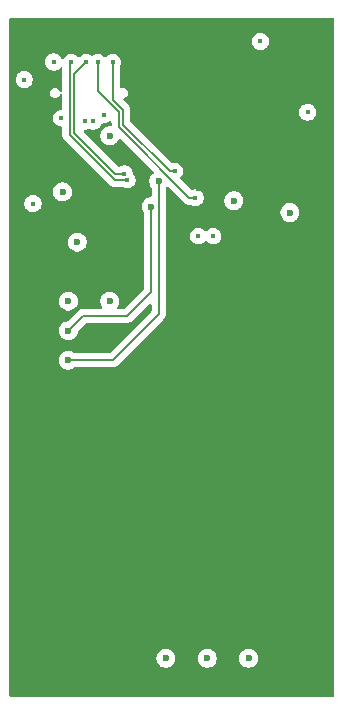
<source format=gbr>
%TF.GenerationSoftware,KiCad,Pcbnew,9.0.2*%
%TF.CreationDate,2025-06-18T22:14:32+09:00*%
%TF.ProjectId,LoRa_TM,4c6f5261-5f54-44d2-9e6b-696361645f70,rev?*%
%TF.SameCoordinates,Original*%
%TF.FileFunction,Copper,L2,Inr*%
%TF.FilePolarity,Positive*%
%FSLAX46Y46*%
G04 Gerber Fmt 4.6, Leading zero omitted, Abs format (unit mm)*
G04 Created by KiCad (PCBNEW 9.0.2) date 2025-06-18 22:14:32*
%MOMM*%
%LPD*%
G01*
G04 APERTURE LIST*
%TA.AperFunction,ViaPad*%
%ADD10C,0.600000*%
%TD*%
%TA.AperFunction,ViaPad*%
%ADD11C,0.400000*%
%TD*%
%TA.AperFunction,ViaPad*%
%ADD12C,0.450000*%
%TD*%
%TA.AperFunction,Conductor*%
%ADD13C,0.200000*%
%TD*%
G04 APERTURE END LIST*
D10*
%TO.N,/LoRa_RX*%
X91308000Y-94226000D03*
D11*
X103558000Y-88726000D03*
%TO.N,/LoRa_TX*%
X102308000Y-88726000D03*
D12*
%TO.N,+3.3V*%
X111558000Y-78226000D03*
D10*
%TO.N,GND*%
X89308000Y-78976000D03*
X108058000Y-124476000D03*
X104558000Y-124476000D03*
X101058000Y-124476000D03*
%TO.N,/LED_TX*%
X106558000Y-124476000D03*
%TO.N,/LED_RX*%
X103058000Y-124476000D03*
%TO.N,/LED_ON*%
X99558000Y-124476000D03*
%TO.N,/LoRa_M1*%
X98308000Y-86226000D03*
%TO.N,/LoRa_M0*%
X98958000Y-84076000D03*
D12*
%TO.N,/USB_CONN_D-*%
X92708000Y-78989590D03*
%TO.N,/USB_CONN_D+*%
X93408000Y-78989590D03*
%TO.N,GND*%
X102308000Y-84726000D03*
X102558000Y-87226000D03*
%TO.N,+5V*%
X107558000Y-72226000D03*
D11*
%TO.N,GND*%
X96908000Y-78576000D03*
%TO.N,/BOOT0*%
X100308000Y-83226000D03*
X95058000Y-73976000D03*
%TO.N,/NRST*%
X93808000Y-73976000D03*
X102058000Y-85476000D03*
%TO.N,/SWCLK*%
X92808000Y-73976000D03*
%TO.N,/SWDIO*%
X91558000Y-73976000D03*
%TO.N,/SWCLK*%
X96039671Y-83439341D03*
%TO.N,/SWDIO*%
X96308000Y-83976000D03*
D12*
%TO.N,GND*%
X105808000Y-77576000D03*
X105808000Y-76576000D03*
X105808000Y-77076000D03*
X109808000Y-76476000D03*
X109808000Y-76976000D03*
X109808000Y-77476000D03*
D10*
%TO.N,Net-(R14-Pad2)*%
X110058000Y-86726000D03*
%TO.N,GND*%
X94808000Y-96726000D03*
%TO.N,+3.3V*%
X94808000Y-94226000D03*
%TO.N,/LoRa_AUX*%
X92058000Y-89226000D03*
%TO.N,/LoRa_M1*%
X91308000Y-96726000D03*
%TO.N,/LoRa_M0*%
X91308000Y-99226000D03*
D12*
%TO.N,+5V*%
X88308000Y-85976000D03*
%TO.N,VBUS*%
X87558000Y-75476000D03*
D11*
%TO.N,Net-(J2-CC1)*%
X94308000Y-78476000D03*
%TO.N,Net-(J2-CC2)*%
X90716428Y-78731000D03*
D10*
%TO.N,VBUS*%
X94808000Y-80226000D03*
D12*
%TO.N,+3.3V*%
X90058000Y-73976000D03*
D10*
%TO.N,GND*%
X105308000Y-87226000D03*
%TO.N,+3.3V*%
X105308000Y-85726000D03*
%TO.N,GND*%
X90808000Y-87976000D03*
%TO.N,+3.3V*%
X90808000Y-84976000D03*
%TD*%
D13*
%TO.N,/LoRa_M0*%
X98958000Y-95326000D02*
X95058000Y-99226000D01*
X95058000Y-99226000D02*
X91308000Y-99226000D01*
X98958000Y-84076000D02*
X98958000Y-95326000D01*
%TO.N,/LoRa_M1*%
X92558000Y-95476000D02*
X91308000Y-96726000D01*
X98308000Y-93476000D02*
X96308000Y-95476000D01*
X96308000Y-95476000D02*
X92558000Y-95476000D01*
X98308000Y-86226000D02*
X98308000Y-93476000D01*
%TO.N,/BOOT0*%
X99875100Y-83226000D02*
X100308000Y-83226000D01*
X95959000Y-79309900D02*
X99875100Y-83226000D01*
X95959000Y-78059900D02*
X95959000Y-79309900D01*
X95058000Y-77158900D02*
X95959000Y-78059900D01*
X95058000Y-73976000D02*
X95058000Y-77158900D01*
%TO.N,/NRST*%
X101558000Y-85476000D02*
X102058000Y-85476000D01*
X95558000Y-79476000D02*
X101558000Y-85476000D01*
X95558000Y-78226000D02*
X95558000Y-79476000D01*
X93808000Y-76476000D02*
X95558000Y-78226000D01*
X93808000Y-73976000D02*
X93808000Y-76476000D01*
%TO.N,/SWCLK*%
X91808000Y-74976000D02*
X91808000Y-79963993D01*
X95283348Y-83439341D02*
X96039671Y-83439341D01*
X92808000Y-73976000D02*
X91808000Y-74976000D01*
X91808000Y-79963993D02*
X95283348Y-83439341D01*
%TO.N,/SWDIO*%
X91407000Y-74127000D02*
X91558000Y-73976000D01*
X91407000Y-80130093D02*
X91407000Y-74127000D01*
X95252907Y-83976000D02*
X91407000Y-80130093D01*
X96308000Y-83976000D02*
X95252907Y-83976000D01*
%TD*%
%TA.AperFunction,Conductor*%
%TO.N,GND*%
G36*
X113751039Y-70245685D02*
G01*
X113796794Y-70298489D01*
X113808000Y-70350000D01*
X113808000Y-127602000D01*
X113788315Y-127669039D01*
X113735511Y-127714794D01*
X113684000Y-127726000D01*
X86432000Y-127726000D01*
X86364961Y-127706315D01*
X86319206Y-127653511D01*
X86308000Y-127602000D01*
X86308000Y-124397153D01*
X98757500Y-124397153D01*
X98757500Y-124554846D01*
X98788261Y-124709489D01*
X98788264Y-124709501D01*
X98848602Y-124855172D01*
X98848609Y-124855185D01*
X98936210Y-124986288D01*
X98936213Y-124986292D01*
X99047707Y-125097786D01*
X99047711Y-125097789D01*
X99178814Y-125185390D01*
X99178827Y-125185397D01*
X99324498Y-125245735D01*
X99324503Y-125245737D01*
X99479153Y-125276499D01*
X99479156Y-125276500D01*
X99479158Y-125276500D01*
X99636844Y-125276500D01*
X99636845Y-125276499D01*
X99791497Y-125245737D01*
X99937179Y-125185394D01*
X100068289Y-125097789D01*
X100179789Y-124986289D01*
X100267394Y-124855179D01*
X100327737Y-124709497D01*
X100358500Y-124554842D01*
X100358500Y-124397158D01*
X100358500Y-124397155D01*
X100358499Y-124397153D01*
X102257500Y-124397153D01*
X102257500Y-124554846D01*
X102288261Y-124709489D01*
X102288264Y-124709501D01*
X102348602Y-124855172D01*
X102348609Y-124855185D01*
X102436210Y-124986288D01*
X102436213Y-124986292D01*
X102547707Y-125097786D01*
X102547711Y-125097789D01*
X102678814Y-125185390D01*
X102678827Y-125185397D01*
X102824498Y-125245735D01*
X102824503Y-125245737D01*
X102979153Y-125276499D01*
X102979156Y-125276500D01*
X102979158Y-125276500D01*
X103136844Y-125276500D01*
X103136845Y-125276499D01*
X103291497Y-125245737D01*
X103437179Y-125185394D01*
X103568289Y-125097789D01*
X103679789Y-124986289D01*
X103767394Y-124855179D01*
X103827737Y-124709497D01*
X103858500Y-124554842D01*
X103858500Y-124397158D01*
X103858500Y-124397155D01*
X103858499Y-124397153D01*
X105757500Y-124397153D01*
X105757500Y-124554846D01*
X105788261Y-124709489D01*
X105788264Y-124709501D01*
X105848602Y-124855172D01*
X105848609Y-124855185D01*
X105936210Y-124986288D01*
X105936213Y-124986292D01*
X106047707Y-125097786D01*
X106047711Y-125097789D01*
X106178814Y-125185390D01*
X106178827Y-125185397D01*
X106324498Y-125245735D01*
X106324503Y-125245737D01*
X106479153Y-125276499D01*
X106479156Y-125276500D01*
X106479158Y-125276500D01*
X106636844Y-125276500D01*
X106636845Y-125276499D01*
X106791497Y-125245737D01*
X106937179Y-125185394D01*
X107068289Y-125097789D01*
X107179789Y-124986289D01*
X107267394Y-124855179D01*
X107327737Y-124709497D01*
X107358500Y-124554842D01*
X107358500Y-124397158D01*
X107358500Y-124397155D01*
X107358499Y-124397153D01*
X107327738Y-124242510D01*
X107327737Y-124242503D01*
X107327735Y-124242498D01*
X107267397Y-124096827D01*
X107267390Y-124096814D01*
X107179789Y-123965711D01*
X107179786Y-123965707D01*
X107068292Y-123854213D01*
X107068288Y-123854210D01*
X106937185Y-123766609D01*
X106937172Y-123766602D01*
X106791501Y-123706264D01*
X106791489Y-123706261D01*
X106636845Y-123675500D01*
X106636842Y-123675500D01*
X106479158Y-123675500D01*
X106479155Y-123675500D01*
X106324510Y-123706261D01*
X106324498Y-123706264D01*
X106178827Y-123766602D01*
X106178814Y-123766609D01*
X106047711Y-123854210D01*
X106047707Y-123854213D01*
X105936213Y-123965707D01*
X105936210Y-123965711D01*
X105848609Y-124096814D01*
X105848602Y-124096827D01*
X105788264Y-124242498D01*
X105788261Y-124242510D01*
X105757500Y-124397153D01*
X103858499Y-124397153D01*
X103827738Y-124242510D01*
X103827737Y-124242503D01*
X103827735Y-124242498D01*
X103767397Y-124096827D01*
X103767390Y-124096814D01*
X103679789Y-123965711D01*
X103679786Y-123965707D01*
X103568292Y-123854213D01*
X103568288Y-123854210D01*
X103437185Y-123766609D01*
X103437172Y-123766602D01*
X103291501Y-123706264D01*
X103291489Y-123706261D01*
X103136845Y-123675500D01*
X103136842Y-123675500D01*
X102979158Y-123675500D01*
X102979155Y-123675500D01*
X102824510Y-123706261D01*
X102824498Y-123706264D01*
X102678827Y-123766602D01*
X102678814Y-123766609D01*
X102547711Y-123854210D01*
X102547707Y-123854213D01*
X102436213Y-123965707D01*
X102436210Y-123965711D01*
X102348609Y-124096814D01*
X102348602Y-124096827D01*
X102288264Y-124242498D01*
X102288261Y-124242510D01*
X102257500Y-124397153D01*
X100358499Y-124397153D01*
X100327738Y-124242510D01*
X100327737Y-124242503D01*
X100327735Y-124242498D01*
X100267397Y-124096827D01*
X100267390Y-124096814D01*
X100179789Y-123965711D01*
X100179786Y-123965707D01*
X100068292Y-123854213D01*
X100068288Y-123854210D01*
X99937185Y-123766609D01*
X99937172Y-123766602D01*
X99791501Y-123706264D01*
X99791489Y-123706261D01*
X99636845Y-123675500D01*
X99636842Y-123675500D01*
X99479158Y-123675500D01*
X99479155Y-123675500D01*
X99324510Y-123706261D01*
X99324498Y-123706264D01*
X99178827Y-123766602D01*
X99178814Y-123766609D01*
X99047711Y-123854210D01*
X99047707Y-123854213D01*
X98936213Y-123965707D01*
X98936210Y-123965711D01*
X98848609Y-124096814D01*
X98848602Y-124096827D01*
X98788264Y-124242498D01*
X98788261Y-124242510D01*
X98757500Y-124397153D01*
X86308000Y-124397153D01*
X86308000Y-94147153D01*
X90507500Y-94147153D01*
X90507500Y-94304846D01*
X90538261Y-94459489D01*
X90538264Y-94459501D01*
X90598602Y-94605172D01*
X90598609Y-94605185D01*
X90686210Y-94736288D01*
X90686213Y-94736292D01*
X90797707Y-94847786D01*
X90797711Y-94847789D01*
X90928814Y-94935390D01*
X90928827Y-94935397D01*
X91073885Y-94995481D01*
X91074503Y-94995737D01*
X91226157Y-95025903D01*
X91229153Y-95026499D01*
X91229156Y-95026500D01*
X91229158Y-95026500D01*
X91386844Y-95026500D01*
X91386845Y-95026499D01*
X91541497Y-94995737D01*
X91687179Y-94935394D01*
X91818289Y-94847789D01*
X91929789Y-94736289D01*
X92017394Y-94605179D01*
X92077737Y-94459497D01*
X92108500Y-94304842D01*
X92108500Y-94147158D01*
X92108500Y-94147155D01*
X92108499Y-94147153D01*
X92077738Y-93992510D01*
X92077737Y-93992503D01*
X92077735Y-93992498D01*
X92017397Y-93846827D01*
X92017390Y-93846814D01*
X91929789Y-93715711D01*
X91929786Y-93715707D01*
X91818292Y-93604213D01*
X91818288Y-93604210D01*
X91687185Y-93516609D01*
X91687172Y-93516602D01*
X91541501Y-93456264D01*
X91541489Y-93456261D01*
X91386845Y-93425500D01*
X91386842Y-93425500D01*
X91229158Y-93425500D01*
X91229155Y-93425500D01*
X91074510Y-93456261D01*
X91074498Y-93456264D01*
X90928827Y-93516602D01*
X90928814Y-93516609D01*
X90797711Y-93604210D01*
X90797707Y-93604213D01*
X90686213Y-93715707D01*
X90686210Y-93715711D01*
X90598609Y-93846814D01*
X90598602Y-93846827D01*
X90538264Y-93992498D01*
X90538261Y-93992510D01*
X90507500Y-94147153D01*
X86308000Y-94147153D01*
X86308000Y-89147153D01*
X91257500Y-89147153D01*
X91257500Y-89304846D01*
X91288261Y-89459489D01*
X91288264Y-89459501D01*
X91348602Y-89605172D01*
X91348609Y-89605185D01*
X91436210Y-89736288D01*
X91436213Y-89736292D01*
X91547707Y-89847786D01*
X91547711Y-89847789D01*
X91678814Y-89935390D01*
X91678827Y-89935397D01*
X91824498Y-89995735D01*
X91824503Y-89995737D01*
X91979153Y-90026499D01*
X91979156Y-90026500D01*
X91979158Y-90026500D01*
X92136844Y-90026500D01*
X92136845Y-90026499D01*
X92291497Y-89995737D01*
X92437179Y-89935394D01*
X92568289Y-89847789D01*
X92679789Y-89736289D01*
X92767394Y-89605179D01*
X92827737Y-89459497D01*
X92858500Y-89304842D01*
X92858500Y-89147158D01*
X92858500Y-89147155D01*
X92858499Y-89147153D01*
X92840729Y-89057817D01*
X92827737Y-88992503D01*
X92801985Y-88930332D01*
X92767397Y-88846827D01*
X92767390Y-88846814D01*
X92679789Y-88715711D01*
X92679786Y-88715707D01*
X92568292Y-88604213D01*
X92568288Y-88604210D01*
X92437185Y-88516609D01*
X92437172Y-88516602D01*
X92291501Y-88456264D01*
X92291489Y-88456261D01*
X92136845Y-88425500D01*
X92136842Y-88425500D01*
X91979158Y-88425500D01*
X91979155Y-88425500D01*
X91824510Y-88456261D01*
X91824498Y-88456264D01*
X91678827Y-88516602D01*
X91678814Y-88516609D01*
X91547711Y-88604210D01*
X91547707Y-88604213D01*
X91436213Y-88715707D01*
X91436210Y-88715711D01*
X91348609Y-88846814D01*
X91348602Y-88846827D01*
X91288264Y-88992498D01*
X91288261Y-88992510D01*
X91257500Y-89147153D01*
X86308000Y-89147153D01*
X86308000Y-86047457D01*
X87582499Y-86047457D01*
X87610379Y-86187614D01*
X87610381Y-86187620D01*
X87665069Y-86319650D01*
X87665074Y-86319659D01*
X87744467Y-86438478D01*
X87744470Y-86438482D01*
X87845517Y-86539529D01*
X87845521Y-86539532D01*
X87964340Y-86618925D01*
X87964346Y-86618928D01*
X87964347Y-86618929D01*
X88096380Y-86673619D01*
X88096384Y-86673619D01*
X88096385Y-86673620D01*
X88236542Y-86701500D01*
X88236545Y-86701500D01*
X88379457Y-86701500D01*
X88473751Y-86682742D01*
X88519620Y-86673619D01*
X88651653Y-86618929D01*
X88770479Y-86539532D01*
X88871532Y-86438479D01*
X88950929Y-86319653D01*
X89005619Y-86187620D01*
X89022210Y-86104213D01*
X89033500Y-86047457D01*
X89033500Y-85904542D01*
X89005620Y-85764385D01*
X89005619Y-85764384D01*
X89005619Y-85764380D01*
X88950929Y-85632347D01*
X88950927Y-85632345D01*
X88950923Y-85632337D01*
X88871532Y-85513521D01*
X88871529Y-85513517D01*
X88770482Y-85412470D01*
X88770478Y-85412467D01*
X88651659Y-85333074D01*
X88651650Y-85333069D01*
X88519620Y-85278381D01*
X88519614Y-85278379D01*
X88379457Y-85250500D01*
X88379455Y-85250500D01*
X88236545Y-85250500D01*
X88236543Y-85250500D01*
X88096385Y-85278379D01*
X88096379Y-85278381D01*
X87964349Y-85333069D01*
X87964340Y-85333074D01*
X87845521Y-85412467D01*
X87845517Y-85412470D01*
X87744470Y-85513517D01*
X87744467Y-85513521D01*
X87665077Y-85632337D01*
X87665069Y-85632349D01*
X87610381Y-85764379D01*
X87610379Y-85764385D01*
X87582500Y-85904542D01*
X87582500Y-85904545D01*
X87582500Y-86047455D01*
X87582500Y-86047457D01*
X87582499Y-86047457D01*
X86308000Y-86047457D01*
X86308000Y-84897153D01*
X90007500Y-84897153D01*
X90007500Y-85054846D01*
X90038261Y-85209489D01*
X90038264Y-85209501D01*
X90098602Y-85355172D01*
X90098609Y-85355185D01*
X90186210Y-85486288D01*
X90186213Y-85486292D01*
X90297707Y-85597786D01*
X90297711Y-85597789D01*
X90428814Y-85685390D01*
X90428827Y-85685397D01*
X90502013Y-85715711D01*
X90574503Y-85745737D01*
X90729153Y-85776499D01*
X90729156Y-85776500D01*
X90729158Y-85776500D01*
X90886844Y-85776500D01*
X90886845Y-85776499D01*
X91041497Y-85745737D01*
X91187179Y-85685394D01*
X91318289Y-85597789D01*
X91429789Y-85486289D01*
X91517394Y-85355179D01*
X91520854Y-85346827D01*
X91539628Y-85301500D01*
X91577737Y-85209497D01*
X91608500Y-85054842D01*
X91608500Y-84897158D01*
X91608500Y-84897155D01*
X91608499Y-84897153D01*
X91577737Y-84742503D01*
X91550398Y-84676500D01*
X91517397Y-84596827D01*
X91517390Y-84596814D01*
X91429789Y-84465711D01*
X91429786Y-84465707D01*
X91318292Y-84354213D01*
X91318288Y-84354210D01*
X91187185Y-84266609D01*
X91187172Y-84266602D01*
X91041501Y-84206264D01*
X91041489Y-84206261D01*
X90886845Y-84175500D01*
X90886842Y-84175500D01*
X90729158Y-84175500D01*
X90729155Y-84175500D01*
X90574510Y-84206261D01*
X90574498Y-84206264D01*
X90428827Y-84266602D01*
X90428814Y-84266609D01*
X90297711Y-84354210D01*
X90297707Y-84354213D01*
X90186213Y-84465707D01*
X90186210Y-84465711D01*
X90098609Y-84596814D01*
X90098602Y-84596827D01*
X90038264Y-84742498D01*
X90038261Y-84742510D01*
X90007500Y-84897153D01*
X86308000Y-84897153D01*
X86308000Y-75547457D01*
X86832499Y-75547457D01*
X86860379Y-75687614D01*
X86860381Y-75687620D01*
X86915069Y-75819650D01*
X86915074Y-75819659D01*
X86994467Y-75938478D01*
X86994470Y-75938482D01*
X87095517Y-76039529D01*
X87095521Y-76039532D01*
X87214340Y-76118925D01*
X87214346Y-76118928D01*
X87214347Y-76118929D01*
X87346380Y-76173619D01*
X87346384Y-76173619D01*
X87346385Y-76173620D01*
X87486542Y-76201500D01*
X87486545Y-76201500D01*
X87629457Y-76201500D01*
X87723751Y-76182742D01*
X87769620Y-76173619D01*
X87901653Y-76118929D01*
X88020479Y-76039532D01*
X88121532Y-75938479D01*
X88200929Y-75819653D01*
X88255619Y-75687620D01*
X88283500Y-75547455D01*
X88283500Y-75404545D01*
X88283500Y-75404542D01*
X88255620Y-75264385D01*
X88255619Y-75264384D01*
X88255619Y-75264380D01*
X88200929Y-75132347D01*
X88200928Y-75132346D01*
X88200925Y-75132340D01*
X88121532Y-75013521D01*
X88121529Y-75013517D01*
X88020482Y-74912470D01*
X88020478Y-74912467D01*
X87901659Y-74833074D01*
X87901650Y-74833069D01*
X87769620Y-74778381D01*
X87769614Y-74778379D01*
X87629457Y-74750500D01*
X87629455Y-74750500D01*
X87486545Y-74750500D01*
X87486543Y-74750500D01*
X87346385Y-74778379D01*
X87346379Y-74778381D01*
X87214349Y-74833069D01*
X87214340Y-74833074D01*
X87095521Y-74912467D01*
X87095517Y-74912470D01*
X86994470Y-75013517D01*
X86994467Y-75013521D01*
X86915074Y-75132340D01*
X86915069Y-75132349D01*
X86860381Y-75264379D01*
X86860379Y-75264385D01*
X86832500Y-75404542D01*
X86832500Y-75404545D01*
X86832500Y-75547455D01*
X86832500Y-75547457D01*
X86832499Y-75547457D01*
X86308000Y-75547457D01*
X86308000Y-74047457D01*
X89332499Y-74047457D01*
X89360379Y-74187614D01*
X89360381Y-74187620D01*
X89415069Y-74319650D01*
X89415074Y-74319659D01*
X89494467Y-74438478D01*
X89494470Y-74438482D01*
X89595517Y-74539529D01*
X89595521Y-74539532D01*
X89714340Y-74618925D01*
X89714346Y-74618928D01*
X89714347Y-74618929D01*
X89846380Y-74673619D01*
X89846384Y-74673619D01*
X89846385Y-74673620D01*
X89986542Y-74701500D01*
X89986545Y-74701500D01*
X90129457Y-74701500D01*
X90223751Y-74682742D01*
X90269620Y-74673619D01*
X90401653Y-74618929D01*
X90520479Y-74539532D01*
X90520482Y-74539529D01*
X90594819Y-74465193D01*
X90656142Y-74431708D01*
X90725834Y-74436692D01*
X90781767Y-74478564D01*
X90806184Y-74544028D01*
X90806500Y-74552874D01*
X90806500Y-76378035D01*
X90786815Y-76445074D01*
X90734011Y-76490829D01*
X90664853Y-76500773D01*
X90601297Y-76471748D01*
X90570117Y-76423232D01*
X90567612Y-76424270D01*
X90564504Y-76416768D01*
X90564503Y-76416763D01*
X90508485Y-76319737D01*
X90429263Y-76240515D01*
X90332237Y-76184497D01*
X90224018Y-76155500D01*
X90111982Y-76155500D01*
X90003763Y-76184497D01*
X90003760Y-76184498D01*
X89906740Y-76240513D01*
X89906734Y-76240517D01*
X89827517Y-76319734D01*
X89827513Y-76319740D01*
X89771498Y-76416760D01*
X89771497Y-76416763D01*
X89742500Y-76524982D01*
X89742500Y-76637018D01*
X89771497Y-76745237D01*
X89827515Y-76842263D01*
X89906737Y-76921485D01*
X90003763Y-76977503D01*
X90111982Y-77006500D01*
X90111984Y-77006500D01*
X90224016Y-77006500D01*
X90224018Y-77006500D01*
X90332237Y-76977503D01*
X90429263Y-76921485D01*
X90508485Y-76842263D01*
X90564503Y-76745237D01*
X90564503Y-76745236D01*
X90567612Y-76737730D01*
X90570593Y-76738964D01*
X90599083Y-76692216D01*
X90661928Y-76661682D01*
X90731304Y-76669972D01*
X90785185Y-76714454D01*
X90806465Y-76781004D01*
X90806500Y-76783964D01*
X90806500Y-77906500D01*
X90786815Y-77973539D01*
X90734011Y-78019294D01*
X90682500Y-78030500D01*
X90647433Y-78030500D01*
X90512105Y-78057418D01*
X90512095Y-78057421D01*
X90384623Y-78110221D01*
X90384610Y-78110228D01*
X90269886Y-78186885D01*
X90269882Y-78186888D01*
X90172316Y-78284454D01*
X90172313Y-78284458D01*
X90095656Y-78399182D01*
X90095649Y-78399195D01*
X90042849Y-78526667D01*
X90042846Y-78526677D01*
X90015928Y-78662004D01*
X90015928Y-78662007D01*
X90015928Y-78799993D01*
X90015928Y-78799995D01*
X90015927Y-78799995D01*
X90042846Y-78935322D01*
X90042849Y-78935332D01*
X90095649Y-79062804D01*
X90095656Y-79062817D01*
X90172313Y-79177541D01*
X90172316Y-79177545D01*
X90269882Y-79275111D01*
X90269886Y-79275114D01*
X90384610Y-79351771D01*
X90384623Y-79351778D01*
X90512095Y-79404578D01*
X90512100Y-79404580D01*
X90512104Y-79404580D01*
X90512105Y-79404581D01*
X90647432Y-79431500D01*
X90682500Y-79431500D01*
X90749539Y-79451185D01*
X90795294Y-79503989D01*
X90806500Y-79555500D01*
X90806500Y-80043423D01*
X90806499Y-80043441D01*
X90806499Y-80209147D01*
X90806498Y-80209147D01*
X90847423Y-80361878D01*
X90876358Y-80411993D01*
X90876359Y-80411997D01*
X90876360Y-80411997D01*
X90926479Y-80498807D01*
X90926481Y-80498810D01*
X91045349Y-80617678D01*
X91045355Y-80617683D01*
X94768046Y-84340374D01*
X94768056Y-84340385D01*
X94772386Y-84344715D01*
X94772387Y-84344716D01*
X94884191Y-84456520D01*
X94971002Y-84506639D01*
X94971004Y-84506641D01*
X94994335Y-84520111D01*
X95021122Y-84535577D01*
X95173850Y-84576501D01*
X95173853Y-84576501D01*
X95339560Y-84576501D01*
X95339576Y-84576500D01*
X95908230Y-84576500D01*
X95970369Y-84594746D01*
X95970819Y-84593905D01*
X95974859Y-84596064D01*
X95975269Y-84596185D01*
X95976087Y-84596721D01*
X95976190Y-84596776D01*
X96074795Y-84637619D01*
X96103672Y-84649580D01*
X96103676Y-84649580D01*
X96103677Y-84649581D01*
X96239004Y-84676500D01*
X96239007Y-84676500D01*
X96376995Y-84676500D01*
X96481234Y-84655765D01*
X96512328Y-84649580D01*
X96613730Y-84607578D01*
X96639804Y-84596778D01*
X96639804Y-84596777D01*
X96639811Y-84596775D01*
X96754542Y-84520114D01*
X96852114Y-84422542D01*
X96928775Y-84307811D01*
X96981580Y-84180328D01*
X97008500Y-84044993D01*
X97008500Y-83907007D01*
X97008500Y-83907004D01*
X96981581Y-83771677D01*
X96981580Y-83771676D01*
X96981580Y-83771672D01*
X96955633Y-83709030D01*
X96928778Y-83644195D01*
X96928771Y-83644182D01*
X96852114Y-83529458D01*
X96852111Y-83529454D01*
X96776490Y-83453833D01*
X96743005Y-83392510D01*
X96741268Y-83376358D01*
X96740768Y-83376408D01*
X96740171Y-83370345D01*
X96713252Y-83235018D01*
X96713251Y-83235017D01*
X96713251Y-83235013D01*
X96680939Y-83157004D01*
X96660449Y-83107536D01*
X96660442Y-83107523D01*
X96583785Y-82992799D01*
X96583782Y-82992795D01*
X96486216Y-82895229D01*
X96486212Y-82895226D01*
X96371488Y-82818569D01*
X96371475Y-82818562D01*
X96244003Y-82765762D01*
X96243993Y-82765759D01*
X96108666Y-82738841D01*
X96108664Y-82738841D01*
X95970678Y-82738841D01*
X95970676Y-82738841D01*
X95835348Y-82765759D01*
X95835338Y-82765762D01*
X95707861Y-82818564D01*
X95702490Y-82821436D01*
X95701794Y-82820135D01*
X95690743Y-82823594D01*
X95674836Y-82833818D01*
X95643866Y-82838270D01*
X95642109Y-82838821D01*
X95639901Y-82838841D01*
X95583445Y-82838841D01*
X95516406Y-82819156D01*
X95495764Y-82802522D01*
X92620013Y-79926771D01*
X92586528Y-79865448D01*
X92591512Y-79795756D01*
X92633384Y-79739823D01*
X92698848Y-79715406D01*
X92707694Y-79715090D01*
X92779457Y-79715090D01*
X92873751Y-79696332D01*
X92919620Y-79687209D01*
X93010549Y-79649544D01*
X93080016Y-79642076D01*
X93105447Y-79649543D01*
X93196380Y-79687209D01*
X93196384Y-79687209D01*
X93196385Y-79687210D01*
X93336542Y-79715090D01*
X93336545Y-79715090D01*
X93479457Y-79715090D01*
X93573751Y-79696332D01*
X93619620Y-79687209D01*
X93751653Y-79632519D01*
X93870479Y-79553122D01*
X93971532Y-79452069D01*
X94050929Y-79333243D01*
X94086285Y-79247885D01*
X94130125Y-79193482D01*
X94196419Y-79171417D01*
X94225042Y-79173722D01*
X94239005Y-79176500D01*
X94239007Y-79176500D01*
X94376995Y-79176500D01*
X94468041Y-79158389D01*
X94512328Y-79149580D01*
X94639811Y-79096775D01*
X94754542Y-79020114D01*
X94754546Y-79020109D01*
X94754836Y-79019873D01*
X94755020Y-79019794D01*
X94759607Y-79016730D01*
X94760188Y-79017599D01*
X94769747Y-79013540D01*
X94781989Y-79002933D01*
X94801242Y-79000164D01*
X94819146Y-78992561D01*
X94835112Y-78995294D01*
X94851147Y-78992989D01*
X94868840Y-79001069D01*
X94888013Y-79004352D01*
X94899967Y-79015284D01*
X94914703Y-79022014D01*
X94925219Y-79038378D01*
X94939573Y-79051505D01*
X94944116Y-79067783D01*
X94952477Y-79080792D01*
X94957500Y-79115727D01*
X94957500Y-79301500D01*
X94937815Y-79368539D01*
X94885011Y-79414294D01*
X94833500Y-79425500D01*
X94729155Y-79425500D01*
X94574510Y-79456261D01*
X94574498Y-79456264D01*
X94428827Y-79516602D01*
X94428814Y-79516609D01*
X94297711Y-79604210D01*
X94297707Y-79604213D01*
X94186213Y-79715707D01*
X94186210Y-79715711D01*
X94098609Y-79846814D01*
X94098602Y-79846827D01*
X94038264Y-79992498D01*
X94038261Y-79992510D01*
X94007500Y-80147153D01*
X94007500Y-80304846D01*
X94038261Y-80459489D01*
X94038264Y-80459501D01*
X94098602Y-80605172D01*
X94098609Y-80605185D01*
X94186210Y-80736288D01*
X94186213Y-80736292D01*
X94297707Y-80847786D01*
X94297711Y-80847789D01*
X94428814Y-80935390D01*
X94428827Y-80935397D01*
X94574498Y-80995735D01*
X94574503Y-80995737D01*
X94729153Y-81026499D01*
X94729156Y-81026500D01*
X94729158Y-81026500D01*
X94886844Y-81026500D01*
X94886845Y-81026499D01*
X95041497Y-80995737D01*
X95187179Y-80935394D01*
X95318289Y-80847789D01*
X95429789Y-80736289D01*
X95517394Y-80605179D01*
X95540263Y-80549969D01*
X95584104Y-80495565D01*
X95650398Y-80473500D01*
X95718097Y-80490779D01*
X95742505Y-80509740D01*
X98484299Y-83251534D01*
X98517784Y-83312857D01*
X98512800Y-83382549D01*
X98470928Y-83438482D01*
X98465513Y-83442314D01*
X98447715Y-83454207D01*
X98447707Y-83454213D01*
X98336213Y-83565707D01*
X98336210Y-83565711D01*
X98248609Y-83696814D01*
X98248602Y-83696827D01*
X98188264Y-83842498D01*
X98188261Y-83842510D01*
X98157500Y-83997153D01*
X98157500Y-84154846D01*
X98188261Y-84309489D01*
X98188264Y-84309501D01*
X98248602Y-84455172D01*
X98248609Y-84455185D01*
X98336602Y-84586874D01*
X98357480Y-84653551D01*
X98357500Y-84655765D01*
X98357500Y-85301500D01*
X98337815Y-85368539D01*
X98285011Y-85414294D01*
X98233500Y-85425500D01*
X98229155Y-85425500D01*
X98074510Y-85456261D01*
X98074498Y-85456264D01*
X97928827Y-85516602D01*
X97928814Y-85516609D01*
X97797711Y-85604210D01*
X97797707Y-85604213D01*
X97686213Y-85715707D01*
X97686210Y-85715711D01*
X97598609Y-85846814D01*
X97598602Y-85846827D01*
X97538264Y-85992498D01*
X97538261Y-85992510D01*
X97507500Y-86147153D01*
X97507500Y-86304846D01*
X97538261Y-86459489D01*
X97538264Y-86459501D01*
X97598602Y-86605172D01*
X97598609Y-86605185D01*
X97686602Y-86736874D01*
X97707480Y-86803551D01*
X97707500Y-86805765D01*
X97707500Y-93175903D01*
X97687815Y-93242942D01*
X97671181Y-93263584D01*
X96095584Y-94839181D01*
X96034261Y-94872666D01*
X96007903Y-94875500D01*
X95568759Y-94875500D01*
X95501720Y-94855815D01*
X95455965Y-94803011D01*
X95446021Y-94733853D01*
X95465657Y-94682609D01*
X95474194Y-94669831D01*
X95517394Y-94605179D01*
X95577737Y-94459497D01*
X95608500Y-94304842D01*
X95608500Y-94147158D01*
X95608500Y-94147155D01*
X95608499Y-94147153D01*
X95577738Y-93992510D01*
X95577737Y-93992503D01*
X95577735Y-93992498D01*
X95517397Y-93846827D01*
X95517390Y-93846814D01*
X95429789Y-93715711D01*
X95429786Y-93715707D01*
X95318292Y-93604213D01*
X95318288Y-93604210D01*
X95187185Y-93516609D01*
X95187172Y-93516602D01*
X95041501Y-93456264D01*
X95041489Y-93456261D01*
X94886845Y-93425500D01*
X94886842Y-93425500D01*
X94729158Y-93425500D01*
X94729155Y-93425500D01*
X94574510Y-93456261D01*
X94574498Y-93456264D01*
X94428827Y-93516602D01*
X94428814Y-93516609D01*
X94297711Y-93604210D01*
X94297707Y-93604213D01*
X94186213Y-93715707D01*
X94186210Y-93715711D01*
X94098609Y-93846814D01*
X94098602Y-93846827D01*
X94038264Y-93992498D01*
X94038261Y-93992510D01*
X94007500Y-94147153D01*
X94007500Y-94304846D01*
X94038261Y-94459489D01*
X94038264Y-94459501D01*
X94098602Y-94605172D01*
X94098609Y-94605184D01*
X94150343Y-94682609D01*
X94171221Y-94749286D01*
X94152737Y-94816666D01*
X94100758Y-94863357D01*
X94047241Y-94875500D01*
X92644669Y-94875500D01*
X92644653Y-94875499D01*
X92637057Y-94875499D01*
X92478943Y-94875499D01*
X92399010Y-94896917D01*
X92326216Y-94916422D01*
X92293355Y-94935395D01*
X92293354Y-94935394D01*
X92189287Y-94995477D01*
X92189282Y-94995481D01*
X91293339Y-95891425D01*
X91232016Y-95924910D01*
X91229850Y-95925361D01*
X91074508Y-95956261D01*
X91074498Y-95956264D01*
X90928827Y-96016602D01*
X90928814Y-96016609D01*
X90797711Y-96104210D01*
X90797707Y-96104213D01*
X90686213Y-96215707D01*
X90686210Y-96215711D01*
X90598609Y-96346814D01*
X90598602Y-96346827D01*
X90538264Y-96492498D01*
X90538261Y-96492510D01*
X90507500Y-96647153D01*
X90507500Y-96804846D01*
X90538261Y-96959489D01*
X90538264Y-96959501D01*
X90598602Y-97105172D01*
X90598609Y-97105185D01*
X90686210Y-97236288D01*
X90686213Y-97236292D01*
X90797707Y-97347786D01*
X90797711Y-97347789D01*
X90928814Y-97435390D01*
X90928827Y-97435397D01*
X91074498Y-97495735D01*
X91074503Y-97495737D01*
X91229153Y-97526499D01*
X91229156Y-97526500D01*
X91229158Y-97526500D01*
X91386844Y-97526500D01*
X91386845Y-97526499D01*
X91541497Y-97495737D01*
X91687179Y-97435394D01*
X91818289Y-97347789D01*
X91929789Y-97236289D01*
X92017394Y-97105179D01*
X92077737Y-96959497D01*
X92097113Y-96862085D01*
X92108638Y-96804150D01*
X92141023Y-96742239D01*
X92142518Y-96740716D01*
X92770416Y-96112819D01*
X92831739Y-96079334D01*
X92858097Y-96076500D01*
X96221331Y-96076500D01*
X96221347Y-96076501D01*
X96228943Y-96076501D01*
X96387054Y-96076501D01*
X96387057Y-96076501D01*
X96539785Y-96035577D01*
X96589904Y-96006639D01*
X96676716Y-95956520D01*
X96788520Y-95844716D01*
X96788520Y-95844714D01*
X96798728Y-95834507D01*
X96798729Y-95834504D01*
X98145820Y-94487413D01*
X98207142Y-94453930D01*
X98276834Y-94458914D01*
X98332767Y-94500786D01*
X98357184Y-94566250D01*
X98357500Y-94575096D01*
X98357500Y-95025903D01*
X98337815Y-95092942D01*
X98321181Y-95113584D01*
X94845584Y-98589181D01*
X94784261Y-98622666D01*
X94757903Y-98625500D01*
X91887766Y-98625500D01*
X91820727Y-98605815D01*
X91818875Y-98604602D01*
X91687185Y-98516609D01*
X91687172Y-98516602D01*
X91541501Y-98456264D01*
X91541489Y-98456261D01*
X91386845Y-98425500D01*
X91386842Y-98425500D01*
X91229158Y-98425500D01*
X91229155Y-98425500D01*
X91074510Y-98456261D01*
X91074498Y-98456264D01*
X90928827Y-98516602D01*
X90928814Y-98516609D01*
X90797711Y-98604210D01*
X90797707Y-98604213D01*
X90686213Y-98715707D01*
X90686210Y-98715711D01*
X90598609Y-98846814D01*
X90598602Y-98846827D01*
X90538264Y-98992498D01*
X90538261Y-98992510D01*
X90507500Y-99147153D01*
X90507500Y-99304846D01*
X90538261Y-99459489D01*
X90538264Y-99459501D01*
X90598602Y-99605172D01*
X90598609Y-99605185D01*
X90686210Y-99736288D01*
X90686213Y-99736292D01*
X90797707Y-99847786D01*
X90797711Y-99847789D01*
X90928814Y-99935390D01*
X90928827Y-99935397D01*
X91074498Y-99995735D01*
X91074503Y-99995737D01*
X91229153Y-100026499D01*
X91229156Y-100026500D01*
X91229158Y-100026500D01*
X91386844Y-100026500D01*
X91386845Y-100026499D01*
X91541497Y-99995737D01*
X91687179Y-99935394D01*
X91687185Y-99935390D01*
X91818875Y-99847398D01*
X91885553Y-99826520D01*
X91887766Y-99826500D01*
X94971331Y-99826500D01*
X94971347Y-99826501D01*
X94978943Y-99826501D01*
X95137054Y-99826501D01*
X95137057Y-99826501D01*
X95289785Y-99785577D01*
X95339904Y-99756639D01*
X95426716Y-99706520D01*
X95538520Y-99594716D01*
X95538520Y-99594714D01*
X95548728Y-99584507D01*
X95548730Y-99584504D01*
X99326713Y-95806521D01*
X99326716Y-95806520D01*
X99438520Y-95694716D01*
X99488639Y-95607904D01*
X99517577Y-95557785D01*
X99558501Y-95405057D01*
X99558501Y-95246943D01*
X99558501Y-95239348D01*
X99558500Y-95239330D01*
X99558500Y-88794995D01*
X101607499Y-88794995D01*
X101634418Y-88930322D01*
X101634421Y-88930332D01*
X101687221Y-89057804D01*
X101687228Y-89057817D01*
X101763885Y-89172541D01*
X101763888Y-89172545D01*
X101861454Y-89270111D01*
X101861458Y-89270114D01*
X101976182Y-89346771D01*
X101976195Y-89346778D01*
X102103667Y-89399578D01*
X102103672Y-89399580D01*
X102103676Y-89399580D01*
X102103677Y-89399581D01*
X102239004Y-89426500D01*
X102239007Y-89426500D01*
X102376995Y-89426500D01*
X102468041Y-89408389D01*
X102512328Y-89399580D01*
X102639811Y-89346775D01*
X102754542Y-89270114D01*
X102754545Y-89270111D01*
X102845319Y-89179338D01*
X102906642Y-89145853D01*
X102976334Y-89150837D01*
X103020681Y-89179338D01*
X103111454Y-89270111D01*
X103111458Y-89270114D01*
X103226182Y-89346771D01*
X103226195Y-89346778D01*
X103353667Y-89399578D01*
X103353672Y-89399580D01*
X103353676Y-89399580D01*
X103353677Y-89399581D01*
X103489004Y-89426500D01*
X103489007Y-89426500D01*
X103626995Y-89426500D01*
X103718041Y-89408389D01*
X103762328Y-89399580D01*
X103889811Y-89346775D01*
X104004542Y-89270114D01*
X104102114Y-89172542D01*
X104178775Y-89057811D01*
X104231580Y-88930328D01*
X104258500Y-88794993D01*
X104258500Y-88657007D01*
X104258500Y-88657004D01*
X104231581Y-88521677D01*
X104231580Y-88521676D01*
X104231580Y-88521672D01*
X104229480Y-88516602D01*
X104178778Y-88394195D01*
X104178771Y-88394182D01*
X104102114Y-88279458D01*
X104102111Y-88279454D01*
X104004545Y-88181888D01*
X104004541Y-88181885D01*
X103889817Y-88105228D01*
X103889804Y-88105221D01*
X103762332Y-88052421D01*
X103762322Y-88052418D01*
X103626995Y-88025500D01*
X103626993Y-88025500D01*
X103489007Y-88025500D01*
X103489005Y-88025500D01*
X103353677Y-88052418D01*
X103353667Y-88052421D01*
X103226195Y-88105221D01*
X103226182Y-88105228D01*
X103111458Y-88181885D01*
X103111454Y-88181888D01*
X103020681Y-88272662D01*
X102959358Y-88306147D01*
X102889666Y-88301163D01*
X102845319Y-88272662D01*
X102754545Y-88181888D01*
X102754541Y-88181885D01*
X102639817Y-88105228D01*
X102639804Y-88105221D01*
X102512332Y-88052421D01*
X102512322Y-88052418D01*
X102376995Y-88025500D01*
X102376993Y-88025500D01*
X102239007Y-88025500D01*
X102239005Y-88025500D01*
X102103677Y-88052418D01*
X102103667Y-88052421D01*
X101976195Y-88105221D01*
X101976182Y-88105228D01*
X101861458Y-88181885D01*
X101861454Y-88181888D01*
X101763888Y-88279454D01*
X101763885Y-88279458D01*
X101687228Y-88394182D01*
X101687221Y-88394195D01*
X101634421Y-88521667D01*
X101634418Y-88521677D01*
X101607500Y-88657004D01*
X101607500Y-88657007D01*
X101607500Y-88794993D01*
X101607500Y-88794995D01*
X101607499Y-88794995D01*
X99558500Y-88794995D01*
X99558500Y-86647153D01*
X109257500Y-86647153D01*
X109257500Y-86804846D01*
X109288261Y-86959489D01*
X109288264Y-86959501D01*
X109348602Y-87105172D01*
X109348609Y-87105185D01*
X109436210Y-87236288D01*
X109436213Y-87236292D01*
X109547707Y-87347786D01*
X109547711Y-87347789D01*
X109678814Y-87435390D01*
X109678827Y-87435397D01*
X109824498Y-87495735D01*
X109824503Y-87495737D01*
X109979153Y-87526499D01*
X109979156Y-87526500D01*
X109979158Y-87526500D01*
X110136844Y-87526500D01*
X110136845Y-87526499D01*
X110291497Y-87495737D01*
X110437179Y-87435394D01*
X110568289Y-87347789D01*
X110679789Y-87236289D01*
X110767394Y-87105179D01*
X110827737Y-86959497D01*
X110858500Y-86804842D01*
X110858500Y-86647158D01*
X110858500Y-86647155D01*
X110858499Y-86647153D01*
X110850148Y-86605172D01*
X110827737Y-86492503D01*
X110805360Y-86438479D01*
X110767397Y-86346827D01*
X110767390Y-86346814D01*
X110679789Y-86215711D01*
X110679786Y-86215707D01*
X110568292Y-86104213D01*
X110568288Y-86104210D01*
X110437185Y-86016609D01*
X110437172Y-86016602D01*
X110291501Y-85956264D01*
X110291489Y-85956261D01*
X110136845Y-85925500D01*
X110136842Y-85925500D01*
X109979158Y-85925500D01*
X109979155Y-85925500D01*
X109824510Y-85956261D01*
X109824498Y-85956264D01*
X109678827Y-86016602D01*
X109678814Y-86016609D01*
X109547711Y-86104210D01*
X109547707Y-86104213D01*
X109436213Y-86215707D01*
X109436210Y-86215711D01*
X109348609Y-86346814D01*
X109348602Y-86346827D01*
X109288264Y-86492498D01*
X109288261Y-86492510D01*
X109257500Y-86647153D01*
X99558500Y-86647153D01*
X99558500Y-84655765D01*
X99563828Y-84637619D01*
X99564166Y-84618711D01*
X99577665Y-84590495D01*
X99578185Y-84588726D01*
X99579398Y-84586874D01*
X99591682Y-84568490D01*
X99645295Y-84523685D01*
X99714620Y-84514978D01*
X99777647Y-84545133D01*
X99782465Y-84549700D01*
X101073139Y-85840374D01*
X101073149Y-85840385D01*
X101077479Y-85844715D01*
X101077480Y-85844716D01*
X101189284Y-85956520D01*
X101189286Y-85956521D01*
X101189290Y-85956524D01*
X101251621Y-85992510D01*
X101326216Y-86035577D01*
X101438019Y-86065534D01*
X101478942Y-86076500D01*
X101478943Y-86076500D01*
X101658230Y-86076500D01*
X101720369Y-86094746D01*
X101720819Y-86093905D01*
X101724859Y-86096064D01*
X101725269Y-86096185D01*
X101726087Y-86096721D01*
X101726190Y-86096776D01*
X101847825Y-86147158D01*
X101853672Y-86149580D01*
X101853676Y-86149580D01*
X101853677Y-86149581D01*
X101989004Y-86176500D01*
X101989007Y-86176500D01*
X102126995Y-86176500D01*
X102218041Y-86158389D01*
X102262328Y-86149580D01*
X102389811Y-86096775D01*
X102504542Y-86020114D01*
X102602114Y-85922542D01*
X102678775Y-85807811D01*
X102731580Y-85680328D01*
X102738179Y-85647153D01*
X104507500Y-85647153D01*
X104507500Y-85804846D01*
X104538261Y-85959489D01*
X104538264Y-85959501D01*
X104598602Y-86105172D01*
X104598609Y-86105185D01*
X104686210Y-86236288D01*
X104686213Y-86236292D01*
X104797707Y-86347786D01*
X104797711Y-86347789D01*
X104928814Y-86435390D01*
X104928827Y-86435397D01*
X105066683Y-86492498D01*
X105074503Y-86495737D01*
X105229153Y-86526499D01*
X105229156Y-86526500D01*
X105229158Y-86526500D01*
X105386844Y-86526500D01*
X105386845Y-86526499D01*
X105397179Y-86524443D01*
X105422287Y-86519450D01*
X105422292Y-86519449D01*
X105507800Y-86502439D01*
X105541497Y-86495737D01*
X105687179Y-86435394D01*
X105818289Y-86347789D01*
X105929789Y-86236289D01*
X106017394Y-86105179D01*
X106021716Y-86094746D01*
X106046224Y-86035576D01*
X106077737Y-85959497D01*
X106108500Y-85804842D01*
X106108500Y-85647158D01*
X106108500Y-85647155D01*
X106108499Y-85647153D01*
X106082531Y-85516606D01*
X106077737Y-85492503D01*
X106075163Y-85486288D01*
X106017397Y-85346827D01*
X106017390Y-85346814D01*
X105929789Y-85215711D01*
X105929786Y-85215707D01*
X105818292Y-85104213D01*
X105818288Y-85104210D01*
X105687185Y-85016609D01*
X105687172Y-85016602D01*
X105541501Y-84956264D01*
X105541489Y-84956261D01*
X105386845Y-84925500D01*
X105386842Y-84925500D01*
X105229158Y-84925500D01*
X105229155Y-84925500D01*
X105074510Y-84956261D01*
X105074498Y-84956264D01*
X104928827Y-85016602D01*
X104928814Y-85016609D01*
X104797711Y-85104210D01*
X104797707Y-85104213D01*
X104686213Y-85215707D01*
X104686210Y-85215711D01*
X104598609Y-85346814D01*
X104598602Y-85346827D01*
X104538264Y-85492498D01*
X104538261Y-85492510D01*
X104507500Y-85647153D01*
X102738179Y-85647153D01*
X102758500Y-85544993D01*
X102758500Y-85407007D01*
X102758500Y-85407004D01*
X102731581Y-85271677D01*
X102731580Y-85271676D01*
X102731580Y-85271672D01*
X102722810Y-85250500D01*
X102678778Y-85144195D01*
X102678771Y-85144182D01*
X102602114Y-85029458D01*
X102602111Y-85029454D01*
X102504545Y-84931888D01*
X102504541Y-84931885D01*
X102389817Y-84855228D01*
X102389804Y-84855221D01*
X102262332Y-84802421D01*
X102262322Y-84802418D01*
X102126995Y-84775500D01*
X102126993Y-84775500D01*
X101989007Y-84775500D01*
X101989005Y-84775500D01*
X101853677Y-84802418D01*
X101853668Y-84802421D01*
X101845349Y-84805867D01*
X101775880Y-84813333D01*
X101713402Y-84782056D01*
X101710220Y-84778985D01*
X100815627Y-83884392D01*
X100782142Y-83823069D01*
X100787126Y-83753377D01*
X100815627Y-83709030D01*
X100852111Y-83672545D01*
X100852114Y-83672542D01*
X100928775Y-83557811D01*
X100981580Y-83430328D01*
X100993511Y-83370348D01*
X101008500Y-83294995D01*
X101008500Y-83157004D01*
X100981581Y-83021677D01*
X100981580Y-83021676D01*
X100981580Y-83021672D01*
X100981578Y-83021667D01*
X100928778Y-82894195D01*
X100928771Y-82894182D01*
X100852114Y-82779458D01*
X100852111Y-82779454D01*
X100754545Y-82681888D01*
X100754541Y-82681885D01*
X100639817Y-82605228D01*
X100639804Y-82605221D01*
X100512332Y-82552421D01*
X100512322Y-82552418D01*
X100376995Y-82525500D01*
X100376993Y-82525500D01*
X100239007Y-82525500D01*
X100239002Y-82525500D01*
X100124540Y-82548268D01*
X100054948Y-82542041D01*
X100012668Y-82514332D01*
X96595819Y-79097483D01*
X96562334Y-79036160D01*
X96559500Y-79009802D01*
X96559500Y-78297457D01*
X110832499Y-78297457D01*
X110860379Y-78437614D01*
X110860381Y-78437620D01*
X110915069Y-78569650D01*
X110915074Y-78569659D01*
X110994467Y-78688478D01*
X110994470Y-78688482D01*
X111095517Y-78789529D01*
X111095521Y-78789532D01*
X111214340Y-78868925D01*
X111214346Y-78868928D01*
X111214347Y-78868929D01*
X111346380Y-78923619D01*
X111346384Y-78923619D01*
X111346385Y-78923620D01*
X111486542Y-78951500D01*
X111486545Y-78951500D01*
X111629457Y-78951500D01*
X111723751Y-78932742D01*
X111769620Y-78923619D01*
X111901653Y-78868929D01*
X112020479Y-78789532D01*
X112121532Y-78688479D01*
X112200929Y-78569653D01*
X112255619Y-78437620D01*
X112273712Y-78346661D01*
X112283500Y-78297457D01*
X112283500Y-78154542D01*
X112255620Y-78014385D01*
X112255619Y-78014384D01*
X112255619Y-78014380D01*
X112200929Y-77882347D01*
X112200928Y-77882346D01*
X112200925Y-77882340D01*
X112121532Y-77763521D01*
X112121529Y-77763517D01*
X112020482Y-77662470D01*
X112020478Y-77662467D01*
X111901659Y-77583074D01*
X111901650Y-77583069D01*
X111769620Y-77528381D01*
X111769614Y-77528379D01*
X111629457Y-77500500D01*
X111629455Y-77500500D01*
X111486545Y-77500500D01*
X111486543Y-77500500D01*
X111346385Y-77528379D01*
X111346379Y-77528381D01*
X111214349Y-77583069D01*
X111214340Y-77583074D01*
X111095521Y-77662467D01*
X111095517Y-77662470D01*
X110994470Y-77763517D01*
X110994467Y-77763521D01*
X110915074Y-77882340D01*
X110915069Y-77882349D01*
X110860381Y-78014379D01*
X110860379Y-78014385D01*
X110832500Y-78154542D01*
X110832500Y-78154545D01*
X110832500Y-78297455D01*
X110832500Y-78297457D01*
X110832499Y-78297457D01*
X96559500Y-78297457D01*
X96559500Y-77980845D01*
X96559500Y-77980843D01*
X96518577Y-77828116D01*
X96503742Y-77802420D01*
X96439524Y-77691190D01*
X96439521Y-77691186D01*
X96439520Y-77691184D01*
X96327716Y-77579380D01*
X96327715Y-77579379D01*
X96323385Y-77575049D01*
X96323374Y-77575039D01*
X95959361Y-77211026D01*
X95925876Y-77149703D01*
X95930860Y-77080011D01*
X95972732Y-77024078D01*
X96014944Y-77003572D01*
X96112237Y-76977503D01*
X96209263Y-76921485D01*
X96288485Y-76842263D01*
X96344503Y-76745237D01*
X96373500Y-76637018D01*
X96373500Y-76524982D01*
X96344503Y-76416763D01*
X96288485Y-76319737D01*
X96209263Y-76240515D01*
X96112237Y-76184497D01*
X96004018Y-76155500D01*
X95891982Y-76155500D01*
X95814593Y-76176236D01*
X95744743Y-76174573D01*
X95686881Y-76135410D01*
X95659377Y-76071181D01*
X95658500Y-76056461D01*
X95658500Y-74375769D01*
X95676746Y-74313627D01*
X95675906Y-74313178D01*
X95678064Y-74309140D01*
X95678185Y-74308730D01*
X95678721Y-74307910D01*
X95678771Y-74307816D01*
X95678775Y-74307811D01*
X95731580Y-74180328D01*
X95740389Y-74136041D01*
X95758500Y-74044995D01*
X95758500Y-73907004D01*
X95731581Y-73771677D01*
X95731580Y-73771676D01*
X95731580Y-73771672D01*
X95702446Y-73701335D01*
X95678778Y-73644195D01*
X95678771Y-73644182D01*
X95602114Y-73529458D01*
X95602111Y-73529454D01*
X95504545Y-73431888D01*
X95504541Y-73431885D01*
X95389817Y-73355228D01*
X95389804Y-73355221D01*
X95262332Y-73302421D01*
X95262322Y-73302418D01*
X95126995Y-73275500D01*
X95126993Y-73275500D01*
X94989007Y-73275500D01*
X94989005Y-73275500D01*
X94853677Y-73302418D01*
X94853667Y-73302421D01*
X94726195Y-73355221D01*
X94726182Y-73355228D01*
X94611458Y-73431885D01*
X94611454Y-73431888D01*
X94520681Y-73522662D01*
X94459358Y-73556147D01*
X94389666Y-73551163D01*
X94345319Y-73522662D01*
X94254545Y-73431888D01*
X94254541Y-73431885D01*
X94139817Y-73355228D01*
X94139804Y-73355221D01*
X94012332Y-73302421D01*
X94012322Y-73302418D01*
X93876995Y-73275500D01*
X93876993Y-73275500D01*
X93739007Y-73275500D01*
X93739005Y-73275500D01*
X93603677Y-73302418D01*
X93603667Y-73302421D01*
X93476195Y-73355221D01*
X93476182Y-73355228D01*
X93376891Y-73421573D01*
X93310213Y-73442451D01*
X93242833Y-73423966D01*
X93239109Y-73421573D01*
X93139817Y-73355228D01*
X93139804Y-73355221D01*
X93012332Y-73302421D01*
X93012322Y-73302418D01*
X92876995Y-73275500D01*
X92876993Y-73275500D01*
X92739007Y-73275500D01*
X92739005Y-73275500D01*
X92603677Y-73302418D01*
X92603667Y-73302421D01*
X92476195Y-73355221D01*
X92476182Y-73355228D01*
X92361458Y-73431885D01*
X92361454Y-73431888D01*
X92270681Y-73522662D01*
X92209358Y-73556147D01*
X92139666Y-73551163D01*
X92095319Y-73522662D01*
X92004545Y-73431888D01*
X92004541Y-73431885D01*
X91889817Y-73355228D01*
X91889804Y-73355221D01*
X91762332Y-73302421D01*
X91762322Y-73302418D01*
X91626995Y-73275500D01*
X91626993Y-73275500D01*
X91489007Y-73275500D01*
X91489005Y-73275500D01*
X91353677Y-73302418D01*
X91353667Y-73302421D01*
X91226195Y-73355221D01*
X91226182Y-73355228D01*
X91111458Y-73431885D01*
X91111454Y-73431888D01*
X91013888Y-73529454D01*
X91013885Y-73529458D01*
X90937228Y-73644182D01*
X90937222Y-73644193D01*
X90936087Y-73646935D01*
X90935108Y-73648148D01*
X90934355Y-73649559D01*
X90934087Y-73649415D01*
X90892242Y-73701335D01*
X90825946Y-73723395D01*
X90758248Y-73706111D01*
X90710641Y-73654971D01*
X90706967Y-73646925D01*
X90705836Y-73644195D01*
X90700929Y-73632347D01*
X90700925Y-73632340D01*
X90621532Y-73513521D01*
X90621529Y-73513517D01*
X90520482Y-73412470D01*
X90520478Y-73412467D01*
X90401659Y-73333074D01*
X90401650Y-73333069D01*
X90269620Y-73278381D01*
X90269614Y-73278379D01*
X90129457Y-73250500D01*
X90129455Y-73250500D01*
X89986545Y-73250500D01*
X89986543Y-73250500D01*
X89846385Y-73278379D01*
X89846379Y-73278381D01*
X89714349Y-73333069D01*
X89714340Y-73333074D01*
X89595521Y-73412467D01*
X89595517Y-73412470D01*
X89494470Y-73513517D01*
X89494467Y-73513521D01*
X89415074Y-73632340D01*
X89415069Y-73632349D01*
X89360381Y-73764379D01*
X89360379Y-73764385D01*
X89332500Y-73904542D01*
X89332500Y-73904545D01*
X89332500Y-74047455D01*
X89332500Y-74047457D01*
X89332499Y-74047457D01*
X86308000Y-74047457D01*
X86308000Y-72297457D01*
X106832499Y-72297457D01*
X106860379Y-72437614D01*
X106860381Y-72437620D01*
X106915069Y-72569650D01*
X106915074Y-72569659D01*
X106994467Y-72688478D01*
X106994470Y-72688482D01*
X107095517Y-72789529D01*
X107095521Y-72789532D01*
X107214340Y-72868925D01*
X107214346Y-72868928D01*
X107214347Y-72868929D01*
X107346380Y-72923619D01*
X107346384Y-72923619D01*
X107346385Y-72923620D01*
X107486542Y-72951500D01*
X107486545Y-72951500D01*
X107629457Y-72951500D01*
X107723751Y-72932742D01*
X107769620Y-72923619D01*
X107901653Y-72868929D01*
X108020479Y-72789532D01*
X108121532Y-72688479D01*
X108200929Y-72569653D01*
X108255619Y-72437620D01*
X108283500Y-72297455D01*
X108283500Y-72154545D01*
X108283500Y-72154542D01*
X108255620Y-72014385D01*
X108255619Y-72014384D01*
X108255619Y-72014380D01*
X108200929Y-71882347D01*
X108200928Y-71882346D01*
X108200925Y-71882340D01*
X108121532Y-71763521D01*
X108121529Y-71763517D01*
X108020482Y-71662470D01*
X108020478Y-71662467D01*
X107901659Y-71583074D01*
X107901650Y-71583069D01*
X107769620Y-71528381D01*
X107769614Y-71528379D01*
X107629457Y-71500500D01*
X107629455Y-71500500D01*
X107486545Y-71500500D01*
X107486543Y-71500500D01*
X107346385Y-71528379D01*
X107346379Y-71528381D01*
X107214349Y-71583069D01*
X107214340Y-71583074D01*
X107095521Y-71662467D01*
X107095517Y-71662470D01*
X106994470Y-71763517D01*
X106994467Y-71763521D01*
X106915074Y-71882340D01*
X106915069Y-71882349D01*
X106860381Y-72014379D01*
X106860379Y-72014385D01*
X106832500Y-72154542D01*
X106832500Y-72154545D01*
X106832500Y-72297455D01*
X106832500Y-72297457D01*
X106832499Y-72297457D01*
X86308000Y-72297457D01*
X86308000Y-70350000D01*
X86327685Y-70282961D01*
X86380489Y-70237206D01*
X86432000Y-70226000D01*
X113684000Y-70226000D01*
X113751039Y-70245685D01*
G37*
%TD.AperFunction*%
%TD*%
M02*

</source>
